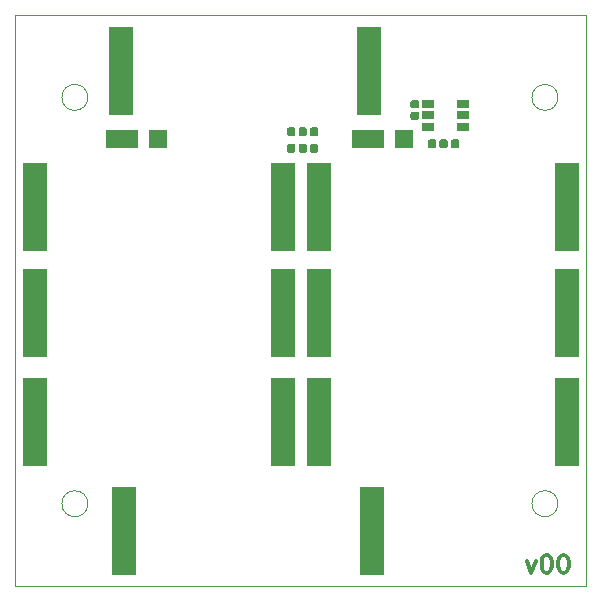
<source format=gbr>
%TF.GenerationSoftware,KiCad,Pcbnew,(5.1.4)-1*%
%TF.CreationDate,2019-10-25T20:31:38-07:00*%
%TF.ProjectId,SolarCellX_v3,536f6c61-7243-4656-9c6c-585f76332e6b,rev?*%
%TF.SameCoordinates,Original*%
%TF.FileFunction,Soldermask,Top*%
%TF.FilePolarity,Negative*%
%FSLAX46Y46*%
G04 Gerber Fmt 4.6, Leading zero omitted, Abs format (unit mm)*
G04 Created by KiCad (PCBNEW (5.1.4)-1) date 2019-10-25 20:31:38*
%MOMM*%
%LPD*%
G04 APERTURE LIST*
%ADD10C,0.300000*%
%ADD11C,0.050000*%
%ADD12C,0.100000*%
%ADD13C,0.691600*%
%ADD14R,1.001600X0.801600*%
%ADD15R,2.801600X1.501600*%
%ADD16R,1.501600X1.501600*%
%ADD17R,2.101600X7.501600*%
G04 APERTURE END LIST*
D10*
X133405785Y-86229071D02*
X133762928Y-87229071D01*
X134120071Y-86229071D01*
X134977214Y-85729071D02*
X135120071Y-85729071D01*
X135262928Y-85800500D01*
X135334357Y-85871928D01*
X135405785Y-86014785D01*
X135477214Y-86300500D01*
X135477214Y-86657642D01*
X135405785Y-86943357D01*
X135334357Y-87086214D01*
X135262928Y-87157642D01*
X135120071Y-87229071D01*
X134977214Y-87229071D01*
X134834357Y-87157642D01*
X134762928Y-87086214D01*
X134691500Y-86943357D01*
X134620071Y-86657642D01*
X134620071Y-86300500D01*
X134691500Y-86014785D01*
X134762928Y-85871928D01*
X134834357Y-85800500D01*
X134977214Y-85729071D01*
X136405785Y-85729071D02*
X136548642Y-85729071D01*
X136691500Y-85800500D01*
X136762928Y-85871928D01*
X136834357Y-86014785D01*
X136905785Y-86300500D01*
X136905785Y-86657642D01*
X136834357Y-86943357D01*
X136762928Y-87086214D01*
X136691500Y-87157642D01*
X136548642Y-87229071D01*
X136405785Y-87229071D01*
X136262928Y-87157642D01*
X136191500Y-87086214D01*
X136120071Y-86943357D01*
X136048642Y-86657642D01*
X136048642Y-86300500D01*
X136120071Y-86014785D01*
X136191500Y-85871928D01*
X136262928Y-85800500D01*
X136405785Y-85729071D01*
D11*
X96200000Y-47000000D02*
G75*
G03X96200000Y-47000000I-1100000J0D01*
G01*
X96200000Y-81400000D02*
G75*
G03X96200000Y-81400000I-1100000J0D01*
G01*
X136000000Y-81400000D02*
G75*
G03X136000000Y-81400000I-1100000J0D01*
G01*
X136000000Y-47000000D02*
G75*
G03X136000000Y-47000000I-1100000J0D01*
G01*
X90000000Y-88400000D02*
X138400000Y-88400000D01*
X90000000Y-88400000D02*
X90000000Y-40000000D01*
X138400000Y-40000000D02*
X138400000Y-88400000D01*
X90000000Y-40000000D02*
X138400000Y-40000000D01*
D12*
G36*
X114576347Y-49541033D02*
G01*
X114593131Y-49543522D01*
X114609590Y-49547645D01*
X114625566Y-49553361D01*
X114640904Y-49560616D01*
X114655458Y-49569339D01*
X114669087Y-49579446D01*
X114681659Y-49590841D01*
X114693054Y-49603413D01*
X114703161Y-49617042D01*
X114711884Y-49631596D01*
X114719139Y-49646934D01*
X114724855Y-49662910D01*
X114728978Y-49679369D01*
X114731467Y-49696153D01*
X114732300Y-49713100D01*
X114732300Y-50108900D01*
X114731467Y-50125847D01*
X114728978Y-50142631D01*
X114724855Y-50159090D01*
X114719139Y-50175066D01*
X114711884Y-50190404D01*
X114703161Y-50204958D01*
X114693054Y-50218587D01*
X114681659Y-50231159D01*
X114669087Y-50242554D01*
X114655458Y-50252661D01*
X114640904Y-50261384D01*
X114625566Y-50268639D01*
X114609590Y-50274355D01*
X114593131Y-50278478D01*
X114576347Y-50280967D01*
X114559400Y-50281800D01*
X114213600Y-50281800D01*
X114196653Y-50280967D01*
X114179869Y-50278478D01*
X114163410Y-50274355D01*
X114147434Y-50268639D01*
X114132096Y-50261384D01*
X114117542Y-50252661D01*
X114103913Y-50242554D01*
X114091341Y-50231159D01*
X114079946Y-50218587D01*
X114069839Y-50204958D01*
X114061116Y-50190404D01*
X114053861Y-50175066D01*
X114048145Y-50159090D01*
X114044022Y-50142631D01*
X114041533Y-50125847D01*
X114040700Y-50108900D01*
X114040700Y-49713100D01*
X114041533Y-49696153D01*
X114044022Y-49679369D01*
X114048145Y-49662910D01*
X114053861Y-49646934D01*
X114061116Y-49631596D01*
X114069839Y-49617042D01*
X114079946Y-49603413D01*
X114091341Y-49590841D01*
X114103913Y-49579446D01*
X114117542Y-49569339D01*
X114132096Y-49560616D01*
X114147434Y-49553361D01*
X114163410Y-49547645D01*
X114179869Y-49543522D01*
X114196653Y-49541033D01*
X114213600Y-49540200D01*
X114559400Y-49540200D01*
X114576347Y-49541033D01*
X114576347Y-49541033D01*
G37*
D13*
X114386500Y-49911000D03*
D12*
G36*
X115546347Y-49541033D02*
G01*
X115563131Y-49543522D01*
X115579590Y-49547645D01*
X115595566Y-49553361D01*
X115610904Y-49560616D01*
X115625458Y-49569339D01*
X115639087Y-49579446D01*
X115651659Y-49590841D01*
X115663054Y-49603413D01*
X115673161Y-49617042D01*
X115681884Y-49631596D01*
X115689139Y-49646934D01*
X115694855Y-49662910D01*
X115698978Y-49679369D01*
X115701467Y-49696153D01*
X115702300Y-49713100D01*
X115702300Y-50108900D01*
X115701467Y-50125847D01*
X115698978Y-50142631D01*
X115694855Y-50159090D01*
X115689139Y-50175066D01*
X115681884Y-50190404D01*
X115673161Y-50204958D01*
X115663054Y-50218587D01*
X115651659Y-50231159D01*
X115639087Y-50242554D01*
X115625458Y-50252661D01*
X115610904Y-50261384D01*
X115595566Y-50268639D01*
X115579590Y-50274355D01*
X115563131Y-50278478D01*
X115546347Y-50280967D01*
X115529400Y-50281800D01*
X115183600Y-50281800D01*
X115166653Y-50280967D01*
X115149869Y-50278478D01*
X115133410Y-50274355D01*
X115117434Y-50268639D01*
X115102096Y-50261384D01*
X115087542Y-50252661D01*
X115073913Y-50242554D01*
X115061341Y-50231159D01*
X115049946Y-50218587D01*
X115039839Y-50204958D01*
X115031116Y-50190404D01*
X115023861Y-50175066D01*
X115018145Y-50159090D01*
X115014022Y-50142631D01*
X115011533Y-50125847D01*
X115010700Y-50108900D01*
X115010700Y-49713100D01*
X115011533Y-49696153D01*
X115014022Y-49679369D01*
X115018145Y-49662910D01*
X115023861Y-49646934D01*
X115031116Y-49631596D01*
X115039839Y-49617042D01*
X115049946Y-49603413D01*
X115061341Y-49590841D01*
X115073913Y-49579446D01*
X115087542Y-49569339D01*
X115102096Y-49560616D01*
X115117434Y-49553361D01*
X115133410Y-49547645D01*
X115149869Y-49543522D01*
X115166653Y-49541033D01*
X115183600Y-49540200D01*
X115529400Y-49540200D01*
X115546347Y-49541033D01*
X115546347Y-49541033D01*
G37*
D13*
X115356500Y-49911000D03*
D12*
G36*
X113606067Y-49541033D02*
G01*
X113622851Y-49543522D01*
X113639310Y-49547645D01*
X113655286Y-49553361D01*
X113670624Y-49560616D01*
X113685178Y-49569339D01*
X113698807Y-49579446D01*
X113711379Y-49590841D01*
X113722774Y-49603413D01*
X113732881Y-49617042D01*
X113741604Y-49631596D01*
X113748859Y-49646934D01*
X113754575Y-49662910D01*
X113758698Y-49679369D01*
X113761187Y-49696153D01*
X113762020Y-49713100D01*
X113762020Y-50108900D01*
X113761187Y-50125847D01*
X113758698Y-50142631D01*
X113754575Y-50159090D01*
X113748859Y-50175066D01*
X113741604Y-50190404D01*
X113732881Y-50204958D01*
X113722774Y-50218587D01*
X113711379Y-50231159D01*
X113698807Y-50242554D01*
X113685178Y-50252661D01*
X113670624Y-50261384D01*
X113655286Y-50268639D01*
X113639310Y-50274355D01*
X113622851Y-50278478D01*
X113606067Y-50280967D01*
X113589120Y-50281800D01*
X113243320Y-50281800D01*
X113226373Y-50280967D01*
X113209589Y-50278478D01*
X113193130Y-50274355D01*
X113177154Y-50268639D01*
X113161816Y-50261384D01*
X113147262Y-50252661D01*
X113133633Y-50242554D01*
X113121061Y-50231159D01*
X113109666Y-50218587D01*
X113099559Y-50204958D01*
X113090836Y-50190404D01*
X113083581Y-50175066D01*
X113077865Y-50159090D01*
X113073742Y-50142631D01*
X113071253Y-50125847D01*
X113070420Y-50108900D01*
X113070420Y-49713100D01*
X113071253Y-49696153D01*
X113073742Y-49679369D01*
X113077865Y-49662910D01*
X113083581Y-49646934D01*
X113090836Y-49631596D01*
X113099559Y-49617042D01*
X113109666Y-49603413D01*
X113121061Y-49590841D01*
X113133633Y-49579446D01*
X113147262Y-49569339D01*
X113161816Y-49560616D01*
X113177154Y-49553361D01*
X113193130Y-49547645D01*
X113209589Y-49543522D01*
X113226373Y-49541033D01*
X113243320Y-49540200D01*
X113589120Y-49540200D01*
X113606067Y-49541033D01*
X113606067Y-49541033D01*
G37*
D13*
X113416220Y-49911000D03*
D12*
G36*
X114576067Y-49541033D02*
G01*
X114592851Y-49543522D01*
X114609310Y-49547645D01*
X114625286Y-49553361D01*
X114640624Y-49560616D01*
X114655178Y-49569339D01*
X114668807Y-49579446D01*
X114681379Y-49590841D01*
X114692774Y-49603413D01*
X114702881Y-49617042D01*
X114711604Y-49631596D01*
X114718859Y-49646934D01*
X114724575Y-49662910D01*
X114728698Y-49679369D01*
X114731187Y-49696153D01*
X114732020Y-49713100D01*
X114732020Y-50108900D01*
X114731187Y-50125847D01*
X114728698Y-50142631D01*
X114724575Y-50159090D01*
X114718859Y-50175066D01*
X114711604Y-50190404D01*
X114702881Y-50204958D01*
X114692774Y-50218587D01*
X114681379Y-50231159D01*
X114668807Y-50242554D01*
X114655178Y-50252661D01*
X114640624Y-50261384D01*
X114625286Y-50268639D01*
X114609310Y-50274355D01*
X114592851Y-50278478D01*
X114576067Y-50280967D01*
X114559120Y-50281800D01*
X114213320Y-50281800D01*
X114196373Y-50280967D01*
X114179589Y-50278478D01*
X114163130Y-50274355D01*
X114147154Y-50268639D01*
X114131816Y-50261384D01*
X114117262Y-50252661D01*
X114103633Y-50242554D01*
X114091061Y-50231159D01*
X114079666Y-50218587D01*
X114069559Y-50204958D01*
X114060836Y-50190404D01*
X114053581Y-50175066D01*
X114047865Y-50159090D01*
X114043742Y-50142631D01*
X114041253Y-50125847D01*
X114040420Y-50108900D01*
X114040420Y-49713100D01*
X114041253Y-49696153D01*
X114043742Y-49679369D01*
X114047865Y-49662910D01*
X114053581Y-49646934D01*
X114060836Y-49631596D01*
X114069559Y-49617042D01*
X114079666Y-49603413D01*
X114091061Y-49590841D01*
X114103633Y-49579446D01*
X114117262Y-49569339D01*
X114131816Y-49560616D01*
X114147154Y-49553361D01*
X114163130Y-49547645D01*
X114179589Y-49543522D01*
X114196373Y-49541033D01*
X114213320Y-49540200D01*
X114559120Y-49540200D01*
X114576067Y-49541033D01*
X114576067Y-49541033D01*
G37*
D13*
X114386220Y-49911000D03*
D12*
G36*
X114576347Y-50938033D02*
G01*
X114593131Y-50940522D01*
X114609590Y-50944645D01*
X114625566Y-50950361D01*
X114640904Y-50957616D01*
X114655458Y-50966339D01*
X114669087Y-50976446D01*
X114681659Y-50987841D01*
X114693054Y-51000413D01*
X114703161Y-51014042D01*
X114711884Y-51028596D01*
X114719139Y-51043934D01*
X114724855Y-51059910D01*
X114728978Y-51076369D01*
X114731467Y-51093153D01*
X114732300Y-51110100D01*
X114732300Y-51505900D01*
X114731467Y-51522847D01*
X114728978Y-51539631D01*
X114724855Y-51556090D01*
X114719139Y-51572066D01*
X114711884Y-51587404D01*
X114703161Y-51601958D01*
X114693054Y-51615587D01*
X114681659Y-51628159D01*
X114669087Y-51639554D01*
X114655458Y-51649661D01*
X114640904Y-51658384D01*
X114625566Y-51665639D01*
X114609590Y-51671355D01*
X114593131Y-51675478D01*
X114576347Y-51677967D01*
X114559400Y-51678800D01*
X114213600Y-51678800D01*
X114196653Y-51677967D01*
X114179869Y-51675478D01*
X114163410Y-51671355D01*
X114147434Y-51665639D01*
X114132096Y-51658384D01*
X114117542Y-51649661D01*
X114103913Y-51639554D01*
X114091341Y-51628159D01*
X114079946Y-51615587D01*
X114069839Y-51601958D01*
X114061116Y-51587404D01*
X114053861Y-51572066D01*
X114048145Y-51556090D01*
X114044022Y-51539631D01*
X114041533Y-51522847D01*
X114040700Y-51505900D01*
X114040700Y-51110100D01*
X114041533Y-51093153D01*
X114044022Y-51076369D01*
X114048145Y-51059910D01*
X114053861Y-51043934D01*
X114061116Y-51028596D01*
X114069839Y-51014042D01*
X114079946Y-51000413D01*
X114091341Y-50987841D01*
X114103913Y-50976446D01*
X114117542Y-50966339D01*
X114132096Y-50957616D01*
X114147434Y-50950361D01*
X114163410Y-50944645D01*
X114179869Y-50940522D01*
X114196653Y-50938033D01*
X114213600Y-50937200D01*
X114559400Y-50937200D01*
X114576347Y-50938033D01*
X114576347Y-50938033D01*
G37*
D13*
X114386500Y-51308000D03*
D12*
G36*
X115546347Y-50938033D02*
G01*
X115563131Y-50940522D01*
X115579590Y-50944645D01*
X115595566Y-50950361D01*
X115610904Y-50957616D01*
X115625458Y-50966339D01*
X115639087Y-50976446D01*
X115651659Y-50987841D01*
X115663054Y-51000413D01*
X115673161Y-51014042D01*
X115681884Y-51028596D01*
X115689139Y-51043934D01*
X115694855Y-51059910D01*
X115698978Y-51076369D01*
X115701467Y-51093153D01*
X115702300Y-51110100D01*
X115702300Y-51505900D01*
X115701467Y-51522847D01*
X115698978Y-51539631D01*
X115694855Y-51556090D01*
X115689139Y-51572066D01*
X115681884Y-51587404D01*
X115673161Y-51601958D01*
X115663054Y-51615587D01*
X115651659Y-51628159D01*
X115639087Y-51639554D01*
X115625458Y-51649661D01*
X115610904Y-51658384D01*
X115595566Y-51665639D01*
X115579590Y-51671355D01*
X115563131Y-51675478D01*
X115546347Y-51677967D01*
X115529400Y-51678800D01*
X115183600Y-51678800D01*
X115166653Y-51677967D01*
X115149869Y-51675478D01*
X115133410Y-51671355D01*
X115117434Y-51665639D01*
X115102096Y-51658384D01*
X115087542Y-51649661D01*
X115073913Y-51639554D01*
X115061341Y-51628159D01*
X115049946Y-51615587D01*
X115039839Y-51601958D01*
X115031116Y-51587404D01*
X115023861Y-51572066D01*
X115018145Y-51556090D01*
X115014022Y-51539631D01*
X115011533Y-51522847D01*
X115010700Y-51505900D01*
X115010700Y-51110100D01*
X115011533Y-51093153D01*
X115014022Y-51076369D01*
X115018145Y-51059910D01*
X115023861Y-51043934D01*
X115031116Y-51028596D01*
X115039839Y-51014042D01*
X115049946Y-51000413D01*
X115061341Y-50987841D01*
X115073913Y-50976446D01*
X115087542Y-50966339D01*
X115102096Y-50957616D01*
X115117434Y-50950361D01*
X115133410Y-50944645D01*
X115149869Y-50940522D01*
X115166653Y-50938033D01*
X115183600Y-50937200D01*
X115529400Y-50937200D01*
X115546347Y-50938033D01*
X115546347Y-50938033D01*
G37*
D13*
X115356500Y-51308000D03*
D12*
G36*
X113606067Y-50938033D02*
G01*
X113622851Y-50940522D01*
X113639310Y-50944645D01*
X113655286Y-50950361D01*
X113670624Y-50957616D01*
X113685178Y-50966339D01*
X113698807Y-50976446D01*
X113711379Y-50987841D01*
X113722774Y-51000413D01*
X113732881Y-51014042D01*
X113741604Y-51028596D01*
X113748859Y-51043934D01*
X113754575Y-51059910D01*
X113758698Y-51076369D01*
X113761187Y-51093153D01*
X113762020Y-51110100D01*
X113762020Y-51505900D01*
X113761187Y-51522847D01*
X113758698Y-51539631D01*
X113754575Y-51556090D01*
X113748859Y-51572066D01*
X113741604Y-51587404D01*
X113732881Y-51601958D01*
X113722774Y-51615587D01*
X113711379Y-51628159D01*
X113698807Y-51639554D01*
X113685178Y-51649661D01*
X113670624Y-51658384D01*
X113655286Y-51665639D01*
X113639310Y-51671355D01*
X113622851Y-51675478D01*
X113606067Y-51677967D01*
X113589120Y-51678800D01*
X113243320Y-51678800D01*
X113226373Y-51677967D01*
X113209589Y-51675478D01*
X113193130Y-51671355D01*
X113177154Y-51665639D01*
X113161816Y-51658384D01*
X113147262Y-51649661D01*
X113133633Y-51639554D01*
X113121061Y-51628159D01*
X113109666Y-51615587D01*
X113099559Y-51601958D01*
X113090836Y-51587404D01*
X113083581Y-51572066D01*
X113077865Y-51556090D01*
X113073742Y-51539631D01*
X113071253Y-51522847D01*
X113070420Y-51505900D01*
X113070420Y-51110100D01*
X113071253Y-51093153D01*
X113073742Y-51076369D01*
X113077865Y-51059910D01*
X113083581Y-51043934D01*
X113090836Y-51028596D01*
X113099559Y-51014042D01*
X113109666Y-51000413D01*
X113121061Y-50987841D01*
X113133633Y-50976446D01*
X113147262Y-50966339D01*
X113161816Y-50957616D01*
X113177154Y-50950361D01*
X113193130Y-50944645D01*
X113209589Y-50940522D01*
X113226373Y-50938033D01*
X113243320Y-50937200D01*
X113589120Y-50937200D01*
X113606067Y-50938033D01*
X113606067Y-50938033D01*
G37*
D13*
X113416220Y-51308000D03*
D12*
G36*
X114576067Y-50938033D02*
G01*
X114592851Y-50940522D01*
X114609310Y-50944645D01*
X114625286Y-50950361D01*
X114640624Y-50957616D01*
X114655178Y-50966339D01*
X114668807Y-50976446D01*
X114681379Y-50987841D01*
X114692774Y-51000413D01*
X114702881Y-51014042D01*
X114711604Y-51028596D01*
X114718859Y-51043934D01*
X114724575Y-51059910D01*
X114728698Y-51076369D01*
X114731187Y-51093153D01*
X114732020Y-51110100D01*
X114732020Y-51505900D01*
X114731187Y-51522847D01*
X114728698Y-51539631D01*
X114724575Y-51556090D01*
X114718859Y-51572066D01*
X114711604Y-51587404D01*
X114702881Y-51601958D01*
X114692774Y-51615587D01*
X114681379Y-51628159D01*
X114668807Y-51639554D01*
X114655178Y-51649661D01*
X114640624Y-51658384D01*
X114625286Y-51665639D01*
X114609310Y-51671355D01*
X114592851Y-51675478D01*
X114576067Y-51677967D01*
X114559120Y-51678800D01*
X114213320Y-51678800D01*
X114196373Y-51677967D01*
X114179589Y-51675478D01*
X114163130Y-51671355D01*
X114147154Y-51665639D01*
X114131816Y-51658384D01*
X114117262Y-51649661D01*
X114103633Y-51639554D01*
X114091061Y-51628159D01*
X114079666Y-51615587D01*
X114069559Y-51601958D01*
X114060836Y-51587404D01*
X114053581Y-51572066D01*
X114047865Y-51556090D01*
X114043742Y-51539631D01*
X114041253Y-51522847D01*
X114040420Y-51505900D01*
X114040420Y-51110100D01*
X114041253Y-51093153D01*
X114043742Y-51076369D01*
X114047865Y-51059910D01*
X114053581Y-51043934D01*
X114060836Y-51028596D01*
X114069559Y-51014042D01*
X114079666Y-51000413D01*
X114091061Y-50987841D01*
X114103633Y-50976446D01*
X114117262Y-50966339D01*
X114131816Y-50957616D01*
X114147154Y-50950361D01*
X114163130Y-50944645D01*
X114179589Y-50940522D01*
X114196373Y-50938033D01*
X114213320Y-50937200D01*
X114559120Y-50937200D01*
X114576067Y-50938033D01*
X114576067Y-50938033D01*
G37*
D13*
X114386220Y-51308000D03*
D14*
X127942000Y-47564000D03*
X127942000Y-48514000D03*
X127942000Y-49464000D03*
X125042000Y-49464000D03*
X125042000Y-48514000D03*
X125042000Y-47564000D03*
D12*
G36*
X126508847Y-50557033D02*
G01*
X126525631Y-50559522D01*
X126542090Y-50563645D01*
X126558066Y-50569361D01*
X126573404Y-50576616D01*
X126587958Y-50585339D01*
X126601587Y-50595446D01*
X126614159Y-50606841D01*
X126625554Y-50619413D01*
X126635661Y-50633042D01*
X126644384Y-50647596D01*
X126651639Y-50662934D01*
X126657355Y-50678910D01*
X126661478Y-50695369D01*
X126663967Y-50712153D01*
X126664800Y-50729100D01*
X126664800Y-51124900D01*
X126663967Y-51141847D01*
X126661478Y-51158631D01*
X126657355Y-51175090D01*
X126651639Y-51191066D01*
X126644384Y-51206404D01*
X126635661Y-51220958D01*
X126625554Y-51234587D01*
X126614159Y-51247159D01*
X126601587Y-51258554D01*
X126587958Y-51268661D01*
X126573404Y-51277384D01*
X126558066Y-51284639D01*
X126542090Y-51290355D01*
X126525631Y-51294478D01*
X126508847Y-51296967D01*
X126491900Y-51297800D01*
X126146100Y-51297800D01*
X126129153Y-51296967D01*
X126112369Y-51294478D01*
X126095910Y-51290355D01*
X126079934Y-51284639D01*
X126064596Y-51277384D01*
X126050042Y-51268661D01*
X126036413Y-51258554D01*
X126023841Y-51247159D01*
X126012446Y-51234587D01*
X126002339Y-51220958D01*
X125993616Y-51206404D01*
X125986361Y-51191066D01*
X125980645Y-51175090D01*
X125976522Y-51158631D01*
X125974033Y-51141847D01*
X125973200Y-51124900D01*
X125973200Y-50729100D01*
X125974033Y-50712153D01*
X125976522Y-50695369D01*
X125980645Y-50678910D01*
X125986361Y-50662934D01*
X125993616Y-50647596D01*
X126002339Y-50633042D01*
X126012446Y-50619413D01*
X126023841Y-50606841D01*
X126036413Y-50595446D01*
X126050042Y-50585339D01*
X126064596Y-50576616D01*
X126079934Y-50569361D01*
X126095910Y-50563645D01*
X126112369Y-50559522D01*
X126129153Y-50557033D01*
X126146100Y-50556200D01*
X126491900Y-50556200D01*
X126508847Y-50557033D01*
X126508847Y-50557033D01*
G37*
D13*
X126319000Y-50927000D03*
D12*
G36*
X125538847Y-50557033D02*
G01*
X125555631Y-50559522D01*
X125572090Y-50563645D01*
X125588066Y-50569361D01*
X125603404Y-50576616D01*
X125617958Y-50585339D01*
X125631587Y-50595446D01*
X125644159Y-50606841D01*
X125655554Y-50619413D01*
X125665661Y-50633042D01*
X125674384Y-50647596D01*
X125681639Y-50662934D01*
X125687355Y-50678910D01*
X125691478Y-50695369D01*
X125693967Y-50712153D01*
X125694800Y-50729100D01*
X125694800Y-51124900D01*
X125693967Y-51141847D01*
X125691478Y-51158631D01*
X125687355Y-51175090D01*
X125681639Y-51191066D01*
X125674384Y-51206404D01*
X125665661Y-51220958D01*
X125655554Y-51234587D01*
X125644159Y-51247159D01*
X125631587Y-51258554D01*
X125617958Y-51268661D01*
X125603404Y-51277384D01*
X125588066Y-51284639D01*
X125572090Y-51290355D01*
X125555631Y-51294478D01*
X125538847Y-51296967D01*
X125521900Y-51297800D01*
X125176100Y-51297800D01*
X125159153Y-51296967D01*
X125142369Y-51294478D01*
X125125910Y-51290355D01*
X125109934Y-51284639D01*
X125094596Y-51277384D01*
X125080042Y-51268661D01*
X125066413Y-51258554D01*
X125053841Y-51247159D01*
X125042446Y-51234587D01*
X125032339Y-51220958D01*
X125023616Y-51206404D01*
X125016361Y-51191066D01*
X125010645Y-51175090D01*
X125006522Y-51158631D01*
X125004033Y-51141847D01*
X125003200Y-51124900D01*
X125003200Y-50729100D01*
X125004033Y-50712153D01*
X125006522Y-50695369D01*
X125010645Y-50678910D01*
X125016361Y-50662934D01*
X125023616Y-50647596D01*
X125032339Y-50633042D01*
X125042446Y-50619413D01*
X125053841Y-50606841D01*
X125066413Y-50595446D01*
X125080042Y-50585339D01*
X125094596Y-50576616D01*
X125109934Y-50569361D01*
X125125910Y-50563645D01*
X125142369Y-50559522D01*
X125159153Y-50557033D01*
X125176100Y-50556200D01*
X125521900Y-50556200D01*
X125538847Y-50557033D01*
X125538847Y-50557033D01*
G37*
D13*
X125349000Y-50927000D03*
D12*
G36*
X127484347Y-50557033D02*
G01*
X127501131Y-50559522D01*
X127517590Y-50563645D01*
X127533566Y-50569361D01*
X127548904Y-50576616D01*
X127563458Y-50585339D01*
X127577087Y-50595446D01*
X127589659Y-50606841D01*
X127601054Y-50619413D01*
X127611161Y-50633042D01*
X127619884Y-50647596D01*
X127627139Y-50662934D01*
X127632855Y-50678910D01*
X127636978Y-50695369D01*
X127639467Y-50712153D01*
X127640300Y-50729100D01*
X127640300Y-51124900D01*
X127639467Y-51141847D01*
X127636978Y-51158631D01*
X127632855Y-51175090D01*
X127627139Y-51191066D01*
X127619884Y-51206404D01*
X127611161Y-51220958D01*
X127601054Y-51234587D01*
X127589659Y-51247159D01*
X127577087Y-51258554D01*
X127563458Y-51268661D01*
X127548904Y-51277384D01*
X127533566Y-51284639D01*
X127517590Y-51290355D01*
X127501131Y-51294478D01*
X127484347Y-51296967D01*
X127467400Y-51297800D01*
X127121600Y-51297800D01*
X127104653Y-51296967D01*
X127087869Y-51294478D01*
X127071410Y-51290355D01*
X127055434Y-51284639D01*
X127040096Y-51277384D01*
X127025542Y-51268661D01*
X127011913Y-51258554D01*
X126999341Y-51247159D01*
X126987946Y-51234587D01*
X126977839Y-51220958D01*
X126969116Y-51206404D01*
X126961861Y-51191066D01*
X126956145Y-51175090D01*
X126952022Y-51158631D01*
X126949533Y-51141847D01*
X126948700Y-51124900D01*
X126948700Y-50729100D01*
X126949533Y-50712153D01*
X126952022Y-50695369D01*
X126956145Y-50678910D01*
X126961861Y-50662934D01*
X126969116Y-50647596D01*
X126977839Y-50633042D01*
X126987946Y-50619413D01*
X126999341Y-50606841D01*
X127011913Y-50595446D01*
X127025542Y-50585339D01*
X127040096Y-50576616D01*
X127055434Y-50569361D01*
X127071410Y-50563645D01*
X127087869Y-50559522D01*
X127104653Y-50557033D01*
X127121600Y-50556200D01*
X127467400Y-50556200D01*
X127484347Y-50557033D01*
X127484347Y-50557033D01*
G37*
D13*
X127294500Y-50927000D03*
D12*
G36*
X126514347Y-50557033D02*
G01*
X126531131Y-50559522D01*
X126547590Y-50563645D01*
X126563566Y-50569361D01*
X126578904Y-50576616D01*
X126593458Y-50585339D01*
X126607087Y-50595446D01*
X126619659Y-50606841D01*
X126631054Y-50619413D01*
X126641161Y-50633042D01*
X126649884Y-50647596D01*
X126657139Y-50662934D01*
X126662855Y-50678910D01*
X126666978Y-50695369D01*
X126669467Y-50712153D01*
X126670300Y-50729100D01*
X126670300Y-51124900D01*
X126669467Y-51141847D01*
X126666978Y-51158631D01*
X126662855Y-51175090D01*
X126657139Y-51191066D01*
X126649884Y-51206404D01*
X126641161Y-51220958D01*
X126631054Y-51234587D01*
X126619659Y-51247159D01*
X126607087Y-51258554D01*
X126593458Y-51268661D01*
X126578904Y-51277384D01*
X126563566Y-51284639D01*
X126547590Y-51290355D01*
X126531131Y-51294478D01*
X126514347Y-51296967D01*
X126497400Y-51297800D01*
X126151600Y-51297800D01*
X126134653Y-51296967D01*
X126117869Y-51294478D01*
X126101410Y-51290355D01*
X126085434Y-51284639D01*
X126070096Y-51277384D01*
X126055542Y-51268661D01*
X126041913Y-51258554D01*
X126029341Y-51247159D01*
X126017946Y-51234587D01*
X126007839Y-51220958D01*
X125999116Y-51206404D01*
X125991861Y-51191066D01*
X125986145Y-51175090D01*
X125982022Y-51158631D01*
X125979533Y-51141847D01*
X125978700Y-51124900D01*
X125978700Y-50729100D01*
X125979533Y-50712153D01*
X125982022Y-50695369D01*
X125986145Y-50678910D01*
X125991861Y-50662934D01*
X125999116Y-50647596D01*
X126007839Y-50633042D01*
X126017946Y-50619413D01*
X126029341Y-50606841D01*
X126041913Y-50595446D01*
X126055542Y-50585339D01*
X126070096Y-50576616D01*
X126085434Y-50569361D01*
X126101410Y-50563645D01*
X126117869Y-50559522D01*
X126134653Y-50557033D01*
X126151600Y-50556200D01*
X126497400Y-50556200D01*
X126514347Y-50557033D01*
X126514347Y-50557033D01*
G37*
D13*
X126324500Y-50927000D03*
D12*
G36*
X124103347Y-47239533D02*
G01*
X124120131Y-47242022D01*
X124136590Y-47246145D01*
X124152566Y-47251861D01*
X124167904Y-47259116D01*
X124182458Y-47267839D01*
X124196087Y-47277946D01*
X124208659Y-47289341D01*
X124220054Y-47301913D01*
X124230161Y-47315542D01*
X124238884Y-47330096D01*
X124246139Y-47345434D01*
X124251855Y-47361410D01*
X124255978Y-47377869D01*
X124258467Y-47394653D01*
X124259300Y-47411600D01*
X124259300Y-47757400D01*
X124258467Y-47774347D01*
X124255978Y-47791131D01*
X124251855Y-47807590D01*
X124246139Y-47823566D01*
X124238884Y-47838904D01*
X124230161Y-47853458D01*
X124220054Y-47867087D01*
X124208659Y-47879659D01*
X124196087Y-47891054D01*
X124182458Y-47901161D01*
X124167904Y-47909884D01*
X124152566Y-47917139D01*
X124136590Y-47922855D01*
X124120131Y-47926978D01*
X124103347Y-47929467D01*
X124086400Y-47930300D01*
X123690600Y-47930300D01*
X123673653Y-47929467D01*
X123656869Y-47926978D01*
X123640410Y-47922855D01*
X123624434Y-47917139D01*
X123609096Y-47909884D01*
X123594542Y-47901161D01*
X123580913Y-47891054D01*
X123568341Y-47879659D01*
X123556946Y-47867087D01*
X123546839Y-47853458D01*
X123538116Y-47838904D01*
X123530861Y-47823566D01*
X123525145Y-47807590D01*
X123521022Y-47791131D01*
X123518533Y-47774347D01*
X123517700Y-47757400D01*
X123517700Y-47411600D01*
X123518533Y-47394653D01*
X123521022Y-47377869D01*
X123525145Y-47361410D01*
X123530861Y-47345434D01*
X123538116Y-47330096D01*
X123546839Y-47315542D01*
X123556946Y-47301913D01*
X123568341Y-47289341D01*
X123580913Y-47277946D01*
X123594542Y-47267839D01*
X123609096Y-47259116D01*
X123624434Y-47251861D01*
X123640410Y-47246145D01*
X123656869Y-47242022D01*
X123673653Y-47239533D01*
X123690600Y-47238700D01*
X124086400Y-47238700D01*
X124103347Y-47239533D01*
X124103347Y-47239533D01*
G37*
D13*
X123888500Y-47584500D03*
D12*
G36*
X124103347Y-48209533D02*
G01*
X124120131Y-48212022D01*
X124136590Y-48216145D01*
X124152566Y-48221861D01*
X124167904Y-48229116D01*
X124182458Y-48237839D01*
X124196087Y-48247946D01*
X124208659Y-48259341D01*
X124220054Y-48271913D01*
X124230161Y-48285542D01*
X124238884Y-48300096D01*
X124246139Y-48315434D01*
X124251855Y-48331410D01*
X124255978Y-48347869D01*
X124258467Y-48364653D01*
X124259300Y-48381600D01*
X124259300Y-48727400D01*
X124258467Y-48744347D01*
X124255978Y-48761131D01*
X124251855Y-48777590D01*
X124246139Y-48793566D01*
X124238884Y-48808904D01*
X124230161Y-48823458D01*
X124220054Y-48837087D01*
X124208659Y-48849659D01*
X124196087Y-48861054D01*
X124182458Y-48871161D01*
X124167904Y-48879884D01*
X124152566Y-48887139D01*
X124136590Y-48892855D01*
X124120131Y-48896978D01*
X124103347Y-48899467D01*
X124086400Y-48900300D01*
X123690600Y-48900300D01*
X123673653Y-48899467D01*
X123656869Y-48896978D01*
X123640410Y-48892855D01*
X123624434Y-48887139D01*
X123609096Y-48879884D01*
X123594542Y-48871161D01*
X123580913Y-48861054D01*
X123568341Y-48849659D01*
X123556946Y-48837087D01*
X123546839Y-48823458D01*
X123538116Y-48808904D01*
X123530861Y-48793566D01*
X123525145Y-48777590D01*
X123521022Y-48761131D01*
X123518533Y-48744347D01*
X123517700Y-48727400D01*
X123517700Y-48381600D01*
X123518533Y-48364653D01*
X123521022Y-48347869D01*
X123525145Y-48331410D01*
X123530861Y-48315434D01*
X123538116Y-48300096D01*
X123546839Y-48285542D01*
X123556946Y-48271913D01*
X123568341Y-48259341D01*
X123580913Y-48247946D01*
X123594542Y-48237839D01*
X123609096Y-48229116D01*
X123624434Y-48221861D01*
X123640410Y-48216145D01*
X123656869Y-48212022D01*
X123673653Y-48209533D01*
X123690600Y-48208700D01*
X124086400Y-48208700D01*
X124103347Y-48209533D01*
X124103347Y-48209533D01*
G37*
D13*
X123888500Y-48554500D03*
D15*
X99066500Y-50500000D03*
D16*
X102116500Y-50500000D03*
X123008000Y-50500000D03*
D15*
X119958000Y-50500000D03*
D17*
X120250000Y-83750000D03*
X99250000Y-83750000D03*
X136750000Y-74500000D03*
X115750000Y-74500000D03*
X136750000Y-65250000D03*
X115750000Y-65250000D03*
X136750000Y-56250000D03*
X115750000Y-56250000D03*
X120000000Y-44750000D03*
X99000000Y-44750000D03*
X112750000Y-56250000D03*
X91750000Y-56250000D03*
X112750000Y-65250000D03*
X91750000Y-65250000D03*
X112750000Y-74500000D03*
X91750000Y-74500000D03*
M02*

</source>
